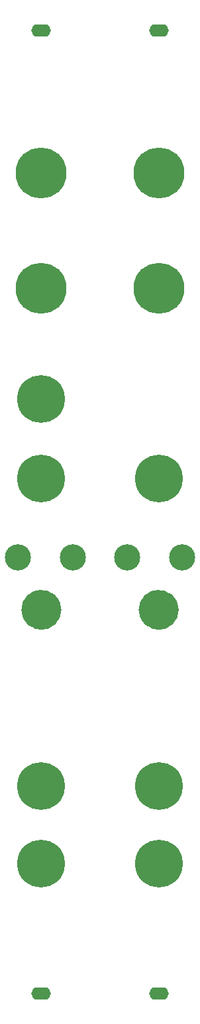
<source format=gbr>
%TF.GenerationSoftware,KiCad,Pcbnew,(6.0.0-0)*%
%TF.CreationDate,2022-01-16T08:25:23+00:00*%
%TF.ProjectId,curly-memory-face-plate,6375726c-792d-46d6-956d-6f72792d6661,rev?*%
%TF.SameCoordinates,Original*%
%TF.FileFunction,Soldermask,Bot*%
%TF.FilePolarity,Negative*%
%FSLAX46Y46*%
G04 Gerber Fmt 4.6, Leading zero omitted, Abs format (unit mm)*
G04 Created by KiCad (PCBNEW (6.0.0-0)) date 2022-01-16 08:25:23*
%MOMM*%
%LPD*%
G01*
G04 APERTURE LIST*
%ADD10C,2.575000*%
%ADD11O,2.500000X1.600000*%
%ADD12C,6.100000*%
%ADD13C,6.500000*%
%ADD14C,3.350000*%
G04 APERTURE END LIST*
D10*
X23787500Y-62500000D02*
G75*
G03*
X23787500Y-62500000I-1287500J0D01*
G01*
X8787500Y-62500000D02*
G75*
G03*
X8787500Y-62500000I-1287500J0D01*
G01*
D11*
%TO.C,H1*%
X22500000Y11500000D03*
%TD*%
D12*
%TO.C,J6*%
X7500000Y-94900000D03*
%TD*%
D13*
%TO.C,RV4*%
X7500000Y-6700000D03*
%TD*%
%TO.C,RV2*%
X22500000Y-21400000D03*
%TD*%
D14*
%TO.C,SW3*%
X18500000Y-55800000D03*
%TD*%
D12*
%TO.C,J4*%
X7500000Y-85000000D03*
%TD*%
D13*
%TO.C,RV3*%
X7500000Y-21400000D03*
%TD*%
D11*
%TO.C,H2*%
X7500000Y11500000D03*
%TD*%
D12*
%TO.C,J3*%
X7500000Y-45700000D03*
%TD*%
D14*
%TO.C,SW2*%
X4500000Y-55800000D03*
%TD*%
D12*
%TO.C,J2*%
X22500000Y-45700000D03*
%TD*%
D14*
%TO.C,SW4*%
X25500000Y-55800000D03*
%TD*%
D11*
%TO.C,H4*%
X7500000Y-111500000D03*
%TD*%
D14*
%TO.C,SW1*%
X11500000Y-55800000D03*
%TD*%
D13*
%TO.C,RV1*%
X22500000Y-6700000D03*
%TD*%
D11*
%TO.C,H3*%
X22500000Y-111500000D03*
%TD*%
D12*
%TO.C,J1*%
X22500000Y-85000000D03*
%TD*%
%TO.C,J5*%
X22500000Y-94900000D03*
%TD*%
%TO.C,J7*%
X7500000Y-35600000D03*
%TD*%
M02*

</source>
